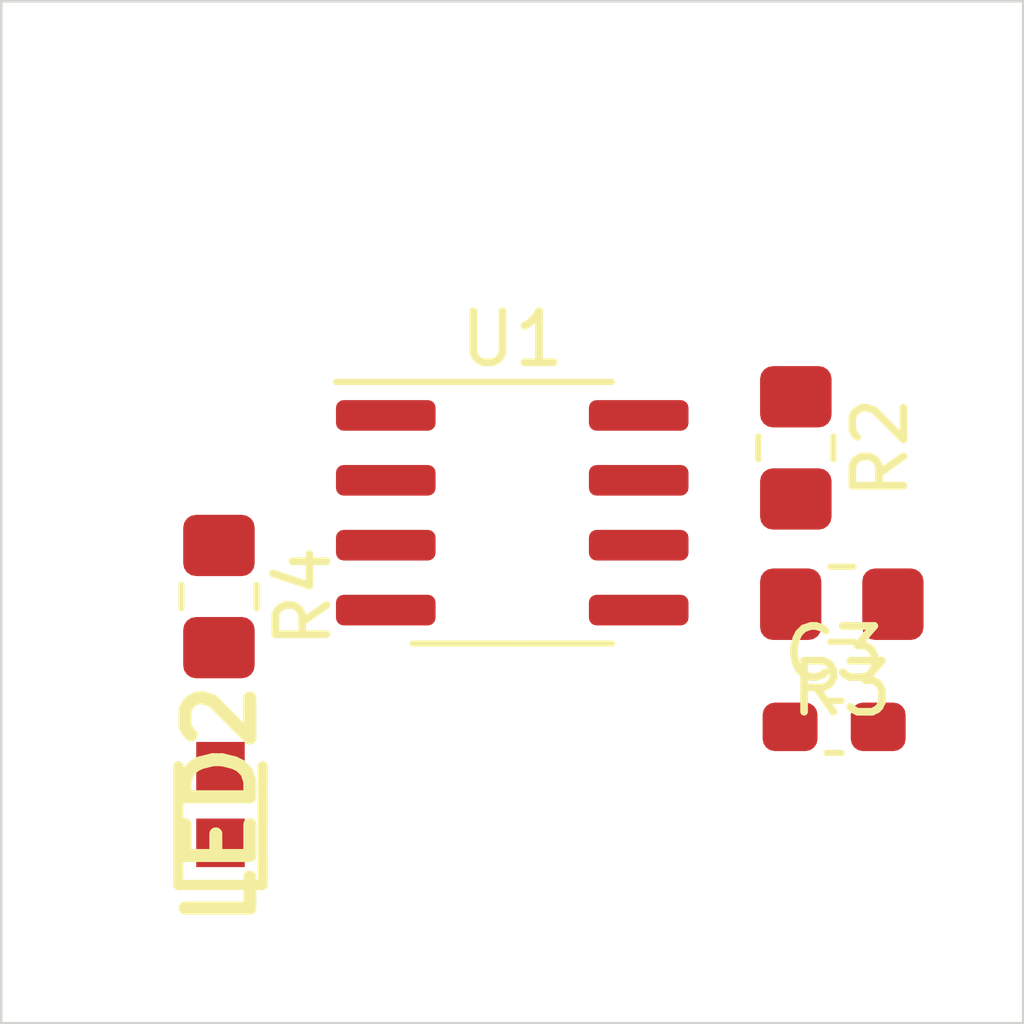
<source format=kicad_pcb>
(kicad_pcb (version 20171130) (host pcbnew 5.1.12-84ad8e8a86~92~ubuntu18.04.1)

  (general
    (thickness 1.6)
    (drawings 4)
    (tracks 0)
    (zones 0)
    (modules 6)
    (nets 7)
  )

  (page A4)
  (layers
    (0 F.Cu signal)
    (31 B.Cu signal)
    (32 B.Adhes user)
    (33 F.Adhes user)
    (34 B.Paste user)
    (35 F.Paste user)
    (36 B.SilkS user)
    (37 F.SilkS user)
    (38 B.Mask user)
    (39 F.Mask user)
    (40 Dwgs.User user)
    (41 Cmts.User user)
    (42 Eco1.User user)
    (43 Eco2.User user)
    (44 Edge.Cuts user)
    (45 Margin user)
    (46 B.CrtYd user)
    (47 F.CrtYd user)
    (48 B.Fab user)
    (49 F.Fab user)
  )

  (setup
    (last_trace_width 0.25)
    (trace_clearance 0.2)
    (zone_clearance 0.508)
    (zone_45_only no)
    (trace_min 0.2)
    (via_size 0.8)
    (via_drill 0.4)
    (via_min_size 0.4)
    (via_min_drill 0.3)
    (uvia_size 0.3)
    (uvia_drill 0.1)
    (uvias_allowed no)
    (uvia_min_size 0.2)
    (uvia_min_drill 0.1)
    (edge_width 0.05)
    (segment_width 0.2)
    (pcb_text_width 0.3)
    (pcb_text_size 1.5 1.5)
    (mod_edge_width 0.12)
    (mod_text_size 1 1)
    (mod_text_width 0.15)
    (pad_size 1.524 1.524)
    (pad_drill 0.762)
    (pad_to_mask_clearance 0)
    (aux_axis_origin 0 0)
    (visible_elements FFFFFF7F)
    (pcbplotparams
      (layerselection 0x010fc_ffffffff)
      (usegerberextensions false)
      (usegerberattributes true)
      (usegerberadvancedattributes true)
      (creategerberjobfile true)
      (excludeedgelayer true)
      (linewidth 0.100000)
      (plotframeref false)
      (viasonmask false)
      (mode 1)
      (useauxorigin false)
      (hpglpennumber 1)
      (hpglpenspeed 20)
      (hpglpendiameter 15.000000)
      (psnegative false)
      (psa4output false)
      (plotreference true)
      (plotvalue true)
      (plotinvisibletext false)
      (padsonsilk false)
      (subtractmaskfromsilk false)
      (outputformat 1)
      (mirror false)
      (drillshape 1)
      (scaleselection 1)
      (outputdirectory ""))
  )

  (net 0 "")
  (net 1 GND)
  (net 2 "Net-(C3-Pad1)")
  (net 3 "Net-(LED2-Pad2)")
  (net 4 "Net-(R4-Pad1)")
  (net 5 "Net-(R2-Pad2)")
  (net 6 +3V3)

  (net_class Default "This is the default net class."
    (clearance 0.2)
    (trace_width 0.25)
    (via_dia 0.8)
    (via_drill 0.4)
    (uvia_dia 0.3)
    (uvia_drill 0.1)
    (add_net +3V3)
    (add_net GND)
    (add_net "Net-(C3-Pad1)")
    (add_net "Net-(LED2-Pad2)")
    (add_net "Net-(R2-Pad2)")
    (add_net "Net-(R4-Pad1)")
  )

  (module Capacitor_SMD:C_0603_1608Metric_Pad1.08x0.95mm_HandSolder (layer F.Cu) (tedit 5F68FEEF) (tstamp 622AADD1)
    (at 116.3 94.2)
    (descr "Capacitor SMD 0603 (1608 Metric), square (rectangular) end terminal, IPC_7351 nominal with elongated pad for handsoldering. (Body size source: IPC-SM-782 page 76, https://www.pcb-3d.com/wordpress/wp-content/uploads/ipc-sm-782a_amendment_1_and_2.pdf), generated with kicad-footprint-generator")
    (tags "capacitor handsolder")
    (path /61815AA7)
    (attr smd)
    (fp_text reference C3 (at 0 -1.43) (layer F.SilkS)
      (effects (font (size 1 1) (thickness 0.15)))
    )
    (fp_text value 1uF (at 0 1.43) (layer F.Fab)
      (effects (font (size 1 1) (thickness 0.15)))
    )
    (fp_line (start -0.8 0.4) (end -0.8 -0.4) (layer F.Fab) (width 0.1))
    (fp_line (start -0.8 -0.4) (end 0.8 -0.4) (layer F.Fab) (width 0.1))
    (fp_line (start 0.8 -0.4) (end 0.8 0.4) (layer F.Fab) (width 0.1))
    (fp_line (start 0.8 0.4) (end -0.8 0.4) (layer F.Fab) (width 0.1))
    (fp_line (start -0.146267 -0.51) (end 0.146267 -0.51) (layer F.SilkS) (width 0.12))
    (fp_line (start -0.146267 0.51) (end 0.146267 0.51) (layer F.SilkS) (width 0.12))
    (fp_line (start -1.65 0.73) (end -1.65 -0.73) (layer F.CrtYd) (width 0.05))
    (fp_line (start -1.65 -0.73) (end 1.65 -0.73) (layer F.CrtYd) (width 0.05))
    (fp_line (start 1.65 -0.73) (end 1.65 0.73) (layer F.CrtYd) (width 0.05))
    (fp_line (start 1.65 0.73) (end -1.65 0.73) (layer F.CrtYd) (width 0.05))
    (fp_text user %R (at 0 0) (layer F.Fab)
      (effects (font (size 0.4 0.4) (thickness 0.06)))
    )
    (pad 1 smd roundrect (at -0.8625 0) (size 1.075 0.95) (layers F.Cu F.Paste F.Mask) (roundrect_rratio 0.25)
      (net 2 "Net-(C3-Pad1)"))
    (pad 2 smd roundrect (at 0.8625 0) (size 1.075 0.95) (layers F.Cu F.Paste F.Mask) (roundrect_rratio 0.25)
      (net 1 GND))
    (model ${KISYS3DMOD}/Capacitor_SMD.3dshapes/C_0603_1608Metric.wrl
      (at (xyz 0 0 0))
      (scale (xyz 1 1 1))
      (rotate (xyz 0 0 0))
    )
  )

  (module 150060RS75000:LEDC1608X80N (layer F.Cu) (tedit 600D52C1) (tstamp 622AAE1E)
    (at 104.29 95.72 90)
    (descr WL-SMCW)
    (tags LED)
    (path /619189CF)
    (attr smd)
    (fp_text reference LED2 (at 0 0 90) (layer F.SilkS)
      (effects (font (size 1.27 1.27) (thickness 0.254)))
    )
    (fp_text value 150060VS75000 (at 0 0 90) (layer F.SilkS) hide
      (effects (font (size 1.27 1.27) (thickness 0.254)))
    )
    (fp_line (start -1.575 0.825) (end 0.75 0.825) (layer F.SilkS) (width 0.2))
    (fp_line (start -1.575 -0.825) (end -1.575 0.825) (layer F.SilkS) (width 0.2))
    (fp_line (start 0.75 -0.825) (end -1.575 -0.825) (layer F.SilkS) (width 0.2))
    (fp_line (start -0.8 -0.133) (end -0.533 -0.4) (layer Dwgs.User) (width 0.1))
    (fp_line (start -0.8 0.4) (end -0.8 -0.4) (layer Dwgs.User) (width 0.1))
    (fp_line (start 0.8 0.4) (end -0.8 0.4) (layer Dwgs.User) (width 0.1))
    (fp_line (start 0.8 -0.4) (end 0.8 0.4) (layer Dwgs.User) (width 0.1))
    (fp_line (start -0.8 -0.4) (end 0.8 -0.4) (layer Dwgs.User) (width 0.1))
    (fp_line (start -1.675 0.925) (end -1.675 -0.925) (layer Dwgs.User) (width 0.05))
    (fp_line (start 1.675 0.925) (end -1.675 0.925) (layer Dwgs.User) (width 0.05))
    (fp_line (start 1.675 -0.925) (end 1.675 0.925) (layer Dwgs.User) (width 0.05))
    (fp_line (start -1.675 -0.925) (end 1.675 -0.925) (layer Dwgs.User) (width 0.05))
    (pad 1 smd rect (at -0.75 0 180) (size 0.95 0.95) (layers F.Cu F.Paste F.Mask)
      (net 1 GND))
    (pad 2 smd rect (at 0.75 0 180) (size 0.95 0.95) (layers F.Cu F.Paste F.Mask)
      (net 3 "Net-(LED2-Pad2)"))
  )

  (module Resistor_SMD:R_0805_2012Metric_Pad1.20x1.40mm_HandSolder (layer F.Cu) (tedit 5F68FEEE) (tstamp 622AAE40)
    (at 115.55 88.74 270)
    (descr "Resistor SMD 0805 (2012 Metric), square (rectangular) end terminal, IPC_7351 nominal with elongated pad for handsoldering. (Body size source: IPC-SM-782 page 72, https://www.pcb-3d.com/wordpress/wp-content/uploads/ipc-sm-782a_amendment_1_and_2.pdf), generated with kicad-footprint-generator")
    (tags "resistor handsolder")
    (path /618149C9)
    (attr smd)
    (fp_text reference R2 (at 0 -1.65 90) (layer F.SilkS)
      (effects (font (size 1 1) (thickness 0.15)))
    )
    (fp_text value 47k (at 0 1.65 90) (layer F.Fab)
      (effects (font (size 1 1) (thickness 0.15)))
    )
    (fp_line (start -1 0.625) (end -1 -0.625) (layer F.Fab) (width 0.1))
    (fp_line (start -1 -0.625) (end 1 -0.625) (layer F.Fab) (width 0.1))
    (fp_line (start 1 -0.625) (end 1 0.625) (layer F.Fab) (width 0.1))
    (fp_line (start 1 0.625) (end -1 0.625) (layer F.Fab) (width 0.1))
    (fp_line (start -0.227064 -0.735) (end 0.227064 -0.735) (layer F.SilkS) (width 0.12))
    (fp_line (start -0.227064 0.735) (end 0.227064 0.735) (layer F.SilkS) (width 0.12))
    (fp_line (start -1.85 0.95) (end -1.85 -0.95) (layer F.CrtYd) (width 0.05))
    (fp_line (start -1.85 -0.95) (end 1.85 -0.95) (layer F.CrtYd) (width 0.05))
    (fp_line (start 1.85 -0.95) (end 1.85 0.95) (layer F.CrtYd) (width 0.05))
    (fp_line (start 1.85 0.95) (end -1.85 0.95) (layer F.CrtYd) (width 0.05))
    (fp_text user %R (at 0 0 90) (layer F.Fab)
      (effects (font (size 0.5 0.5) (thickness 0.08)))
    )
    (pad 1 smd roundrect (at -1 0 270) (size 1.2 1.4) (layers F.Cu F.Paste F.Mask) (roundrect_rratio 0.208333)
      (net 6 +3V3))
    (pad 2 smd roundrect (at 1 0 270) (size 1.2 1.4) (layers F.Cu F.Paste F.Mask) (roundrect_rratio 0.208333)
      (net 5 "Net-(R2-Pad2)"))
    (model ${KISYS3DMOD}/Resistor_SMD.3dshapes/R_0805_2012Metric.wrl
      (at (xyz 0 0 0))
      (scale (xyz 1 1 1))
      (rotate (xyz 0 0 0))
    )
  )

  (module Resistor_SMD:R_0805_2012Metric_Pad1.20x1.40mm_HandSolder (layer F.Cu) (tedit 5F68FEEE) (tstamp 622AAE51)
    (at 116.45 91.8 180)
    (descr "Resistor SMD 0805 (2012 Metric), square (rectangular) end terminal, IPC_7351 nominal with elongated pad for handsoldering. (Body size source: IPC-SM-782 page 72, https://www.pcb-3d.com/wordpress/wp-content/uploads/ipc-sm-782a_amendment_1_and_2.pdf), generated with kicad-footprint-generator")
    (tags "resistor handsolder")
    (path /6181524D)
    (attr smd)
    (fp_text reference R3 (at 0 -1.65) (layer F.SilkS)
      (effects (font (size 1 1) (thickness 0.15)))
    )
    (fp_text value 120k (at 0 1.65) (layer F.Fab)
      (effects (font (size 1 1) (thickness 0.15)))
    )
    (fp_line (start 1.85 0.95) (end -1.85 0.95) (layer F.CrtYd) (width 0.05))
    (fp_line (start 1.85 -0.95) (end 1.85 0.95) (layer F.CrtYd) (width 0.05))
    (fp_line (start -1.85 -0.95) (end 1.85 -0.95) (layer F.CrtYd) (width 0.05))
    (fp_line (start -1.85 0.95) (end -1.85 -0.95) (layer F.CrtYd) (width 0.05))
    (fp_line (start -0.227064 0.735) (end 0.227064 0.735) (layer F.SilkS) (width 0.12))
    (fp_line (start -0.227064 -0.735) (end 0.227064 -0.735) (layer F.SilkS) (width 0.12))
    (fp_line (start 1 0.625) (end -1 0.625) (layer F.Fab) (width 0.1))
    (fp_line (start 1 -0.625) (end 1 0.625) (layer F.Fab) (width 0.1))
    (fp_line (start -1 -0.625) (end 1 -0.625) (layer F.Fab) (width 0.1))
    (fp_line (start -1 0.625) (end -1 -0.625) (layer F.Fab) (width 0.1))
    (fp_text user %R (at 0 0) (layer F.Fab)
      (effects (font (size 0.5 0.5) (thickness 0.08)))
    )
    (pad 2 smd roundrect (at 1 0 180) (size 1.2 1.4) (layers F.Cu F.Paste F.Mask) (roundrect_rratio 0.208333)
      (net 2 "Net-(C3-Pad1)"))
    (pad 1 smd roundrect (at -1 0 180) (size 1.2 1.4) (layers F.Cu F.Paste F.Mask) (roundrect_rratio 0.208333)
      (net 5 "Net-(R2-Pad2)"))
    (model ${KISYS3DMOD}/Resistor_SMD.3dshapes/R_0805_2012Metric.wrl
      (at (xyz 0 0 0))
      (scale (xyz 1 1 1))
      (rotate (xyz 0 0 0))
    )
  )

  (module Resistor_SMD:R_0805_2012Metric_Pad1.20x1.40mm_HandSolder (layer F.Cu) (tedit 5F68FEEE) (tstamp 622AAE62)
    (at 104.26 91.65 270)
    (descr "Resistor SMD 0805 (2012 Metric), square (rectangular) end terminal, IPC_7351 nominal with elongated pad for handsoldering. (Body size source: IPC-SM-782 page 72, https://www.pcb-3d.com/wordpress/wp-content/uploads/ipc-sm-782a_amendment_1_and_2.pdf), generated with kicad-footprint-generator")
    (tags "resistor handsolder")
    (path /6191C8B9)
    (attr smd)
    (fp_text reference R4 (at 0 -1.65 90) (layer F.SilkS)
      (effects (font (size 1 1) (thickness 0.15)))
    )
    (fp_text value 2k (at 0 1.65 90) (layer F.Fab)
      (effects (font (size 1 1) (thickness 0.15)))
    )
    (fp_line (start 1.85 0.95) (end -1.85 0.95) (layer F.CrtYd) (width 0.05))
    (fp_line (start 1.85 -0.95) (end 1.85 0.95) (layer F.CrtYd) (width 0.05))
    (fp_line (start -1.85 -0.95) (end 1.85 -0.95) (layer F.CrtYd) (width 0.05))
    (fp_line (start -1.85 0.95) (end -1.85 -0.95) (layer F.CrtYd) (width 0.05))
    (fp_line (start -0.227064 0.735) (end 0.227064 0.735) (layer F.SilkS) (width 0.12))
    (fp_line (start -0.227064 -0.735) (end 0.227064 -0.735) (layer F.SilkS) (width 0.12))
    (fp_line (start 1 0.625) (end -1 0.625) (layer F.Fab) (width 0.1))
    (fp_line (start 1 -0.625) (end 1 0.625) (layer F.Fab) (width 0.1))
    (fp_line (start -1 -0.625) (end 1 -0.625) (layer F.Fab) (width 0.1))
    (fp_line (start -1 0.625) (end -1 -0.625) (layer F.Fab) (width 0.1))
    (fp_text user %R (at 0 0 90) (layer F.Fab)
      (effects (font (size 0.5 0.5) (thickness 0.08)))
    )
    (pad 2 smd roundrect (at 1 0 270) (size 1.2 1.4) (layers F.Cu F.Paste F.Mask) (roundrect_rratio 0.208333)
      (net 3 "Net-(LED2-Pad2)"))
    (pad 1 smd roundrect (at -1 0 270) (size 1.2 1.4) (layers F.Cu F.Paste F.Mask) (roundrect_rratio 0.208333)
      (net 4 "Net-(R4-Pad1)"))
    (model ${KISYS3DMOD}/Resistor_SMD.3dshapes/R_0805_2012Metric.wrl
      (at (xyz 0 0 0))
      (scale (xyz 1 1 1))
      (rotate (xyz 0 0 0))
    )
  )

  (module Package_SO:SOIC-8_3.9x4.9mm_P1.27mm (layer F.Cu) (tedit 5D9F72B1) (tstamp 622AAE7C)
    (at 110 90.01)
    (descr "SOIC, 8 Pin (JEDEC MS-012AA, https://www.analog.com/media/en/package-pcb-resources/package/pkg_pdf/soic_narrow-r/r_8.pdf), generated with kicad-footprint-generator ipc_gullwing_generator.py")
    (tags "SOIC SO")
    (path /618110F2)
    (attr smd)
    (fp_text reference U1 (at 0 -3.4) (layer F.SilkS)
      (effects (font (size 1 1) (thickness 0.15)))
    )
    (fp_text value NE555D (at 0 3.4) (layer F.Fab)
      (effects (font (size 1 1) (thickness 0.15)))
    )
    (fp_line (start 0 2.56) (end 1.95 2.56) (layer F.SilkS) (width 0.12))
    (fp_line (start 0 2.56) (end -1.95 2.56) (layer F.SilkS) (width 0.12))
    (fp_line (start 0 -2.56) (end 1.95 -2.56) (layer F.SilkS) (width 0.12))
    (fp_line (start 0 -2.56) (end -3.45 -2.56) (layer F.SilkS) (width 0.12))
    (fp_line (start -0.975 -2.45) (end 1.95 -2.45) (layer F.Fab) (width 0.1))
    (fp_line (start 1.95 -2.45) (end 1.95 2.45) (layer F.Fab) (width 0.1))
    (fp_line (start 1.95 2.45) (end -1.95 2.45) (layer F.Fab) (width 0.1))
    (fp_line (start -1.95 2.45) (end -1.95 -1.475) (layer F.Fab) (width 0.1))
    (fp_line (start -1.95 -1.475) (end -0.975 -2.45) (layer F.Fab) (width 0.1))
    (fp_line (start -3.7 -2.7) (end -3.7 2.7) (layer F.CrtYd) (width 0.05))
    (fp_line (start -3.7 2.7) (end 3.7 2.7) (layer F.CrtYd) (width 0.05))
    (fp_line (start 3.7 2.7) (end 3.7 -2.7) (layer F.CrtYd) (width 0.05))
    (fp_line (start 3.7 -2.7) (end -3.7 -2.7) (layer F.CrtYd) (width 0.05))
    (fp_text user %R (at 0 0) (layer F.Fab)
      (effects (font (size 0.98 0.98) (thickness 0.15)))
    )
    (pad 1 smd roundrect (at -2.475 -1.905) (size 1.95 0.6) (layers F.Cu F.Paste F.Mask) (roundrect_rratio 0.25)
      (net 1 GND))
    (pad 2 smd roundrect (at -2.475 -0.635) (size 1.95 0.6) (layers F.Cu F.Paste F.Mask) (roundrect_rratio 0.25)
      (net 2 "Net-(C3-Pad1)"))
    (pad 3 smd roundrect (at -2.475 0.635) (size 1.95 0.6) (layers F.Cu F.Paste F.Mask) (roundrect_rratio 0.25)
      (net 4 "Net-(R4-Pad1)"))
    (pad 4 smd roundrect (at -2.475 1.905) (size 1.95 0.6) (layers F.Cu F.Paste F.Mask) (roundrect_rratio 0.25)
      (net 6 +3V3))
    (pad 5 smd roundrect (at 2.475 1.905) (size 1.95 0.6) (layers F.Cu F.Paste F.Mask) (roundrect_rratio 0.25))
    (pad 6 smd roundrect (at 2.475 0.635) (size 1.95 0.6) (layers F.Cu F.Paste F.Mask) (roundrect_rratio 0.25)
      (net 2 "Net-(C3-Pad1)"))
    (pad 7 smd roundrect (at 2.475 -0.635) (size 1.95 0.6) (layers F.Cu F.Paste F.Mask) (roundrect_rratio 0.25)
      (net 5 "Net-(R2-Pad2)"))
    (pad 8 smd roundrect (at 2.475 -1.905) (size 1.95 0.6) (layers F.Cu F.Paste F.Mask) (roundrect_rratio 0.25)
      (net 6 +3V3))
    (model ${KISYS3DMOD}/Package_SO.3dshapes/SOIC-8_3.9x4.9mm_P1.27mm.wrl
      (at (xyz 0 0 0))
      (scale (xyz 1 1 1))
      (rotate (xyz 0 0 0))
    )
  )

  (gr_line (start 120 100) (end 100 100) (layer Edge.Cuts) (width 0.05) (tstamp 61959BFC))
  (gr_line (start 120 80) (end 120 100) (layer Edge.Cuts) (width 0.05))
  (gr_line (start 100 80) (end 120 80) (layer Edge.Cuts) (width 0.05))
  (gr_line (start 100 100) (end 100 80) (layer Edge.Cuts) (width 0.05))

)

</source>
